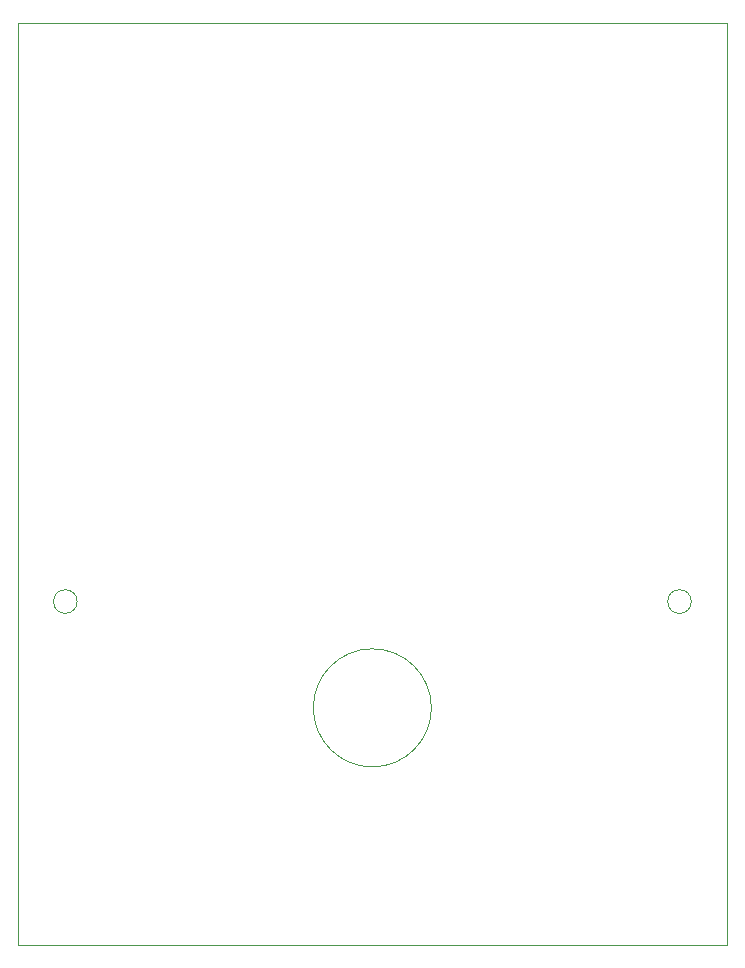
<source format=gm1>
G04 #@! TF.GenerationSoftware,KiCad,Pcbnew,5.1.10*
G04 #@! TF.CreationDate,2021-06-22T10:21:35-06:00*
G04 #@! TF.ProjectId,dev_cart_pcb,6465765f-6361-4727-945f-7063622e6b69,rev?*
G04 #@! TF.SameCoordinates,Original*
G04 #@! TF.FileFunction,Profile,NP*
%FSLAX46Y46*%
G04 Gerber Fmt 4.6, Leading zero omitted, Abs format (unit mm)*
G04 Created by KiCad (PCBNEW 5.1.10) date 2021-06-22 10:21:35*
%MOMM*%
%LPD*%
G01*
G04 APERTURE LIST*
G04 #@! TA.AperFunction,Profile*
%ADD10C,0.050000*%
G04 #@! TD*
G04 APERTURE END LIST*
D10*
X77600000Y-92250000D02*
G75*
G03*
X77600000Y-92250000I-1000000J0D01*
G01*
X129600000Y-92250000D02*
G75*
G03*
X129600000Y-92250000I-1000000J0D01*
G01*
X107600000Y-101250000D02*
G75*
G03*
X107600000Y-101250000I-5000000J0D01*
G01*
X72600000Y-43300000D02*
X72600000Y-121300000D01*
X132600000Y-43300000D02*
X72600000Y-43300000D01*
X132600000Y-121300000D02*
X132600000Y-43300000D01*
X72600000Y-121300000D02*
X132600000Y-121300000D01*
M02*

</source>
